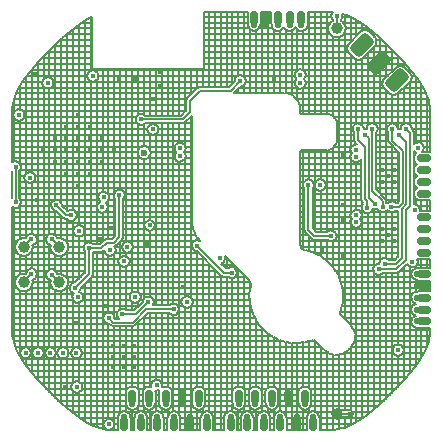
<source format=gbl>
G04*
G04 #@! TF.GenerationSoftware,Altium Limited,Altium Designer,20.0.13 (296)*
G04*
G04 Layer_Physical_Order=4*
G04 Layer_Color=16711680*
%FSLAX25Y25*%
%MOIN*%
G70*
G01*
G75*
%ADD10C,0.00787*%
%ADD12C,0.00591*%
G04:AMPARAMS|DCode=69|XSize=78.74mil|YSize=47.24mil|CornerRadius=11.81mil|HoleSize=0mil|Usage=FLASHONLY|Rotation=225.000|XOffset=0mil|YOffset=0mil|HoleType=Round|Shape=RoundedRectangle|*
%AMROUNDEDRECTD69*
21,1,0.07874,0.02362,0,0,225.0*
21,1,0.05512,0.04724,0,0,225.0*
1,1,0.02362,-0.02784,-0.01114*
1,1,0.02362,0.01114,0.02784*
1,1,0.02362,0.02784,0.01114*
1,1,0.02362,-0.01114,-0.02784*
%
%ADD69ROUNDEDRECTD69*%
%ADD70C,0.02362*%
%ADD71C,0.01772*%
%ADD72C,0.02165*%
G04:AMPARAMS|DCode=73|XSize=23.62mil|YSize=47.24mil|CornerRadius=5.91mil|HoleSize=0mil|Usage=FLASHONLY|Rotation=0.000|XOffset=0mil|YOffset=0mil|HoleType=Round|Shape=RoundedRectangle|*
%AMROUNDEDRECTD73*
21,1,0.02362,0.03543,0,0,0.0*
21,1,0.01181,0.04724,0,0,0.0*
1,1,0.01181,0.00591,-0.01772*
1,1,0.01181,-0.00591,-0.01772*
1,1,0.01181,-0.00591,0.01772*
1,1,0.01181,0.00591,0.01772*
%
%ADD73ROUNDEDRECTD73*%
G04:AMPARAMS|DCode=74|XSize=23.62mil|YSize=47.24mil|CornerRadius=5.91mil|HoleSize=0mil|Usage=FLASHONLY|Rotation=90.000|XOffset=0mil|YOffset=0mil|HoleType=Round|Shape=RoundedRectangle|*
%AMROUNDEDRECTD74*
21,1,0.02362,0.03543,0,0,90.0*
21,1,0.01181,0.04724,0,0,90.0*
1,1,0.01181,0.01772,0.00591*
1,1,0.01181,0.01772,-0.00591*
1,1,0.01181,-0.01772,-0.00591*
1,1,0.01181,-0.01772,0.00591*
%
%ADD74ROUNDEDRECTD74*%
%ADD75C,0.03937*%
D10*
X135264Y119617D02*
X135099Y120446D01*
X134630Y121149D01*
Y118086D02*
X135099Y118789D01*
X135264Y119617D01*
X132960Y122819D02*
X131989Y123379D01*
X130868D01*
X129897Y122819D01*
X135335Y102362D02*
X135070Y103321D01*
X134351Y104009D01*
X133381Y104230D01*
X132435Y103923D01*
X131780Y103174D01*
X131602Y102196D01*
X127670Y114189D02*
X128641Y113628D01*
X129762D01*
X130733Y114189D01*
X121149Y134630D02*
X120178Y135190D01*
X119057D01*
X118086Y134630D01*
X123453Y131429D02*
X123288Y132257D01*
X122819Y132960D01*
Y129897D02*
X123288Y130600D01*
X123453Y131429D01*
X130610Y102362D02*
X130319Y103364D01*
X129536Y104054D01*
X128505Y104218D01*
X127548Y103803D01*
X126961Y102939D01*
X126929Y101896D01*
X127461Y100998D01*
X126000Y118921D02*
X125440Y117951D01*
Y116830D01*
X126000Y115859D01*
X123917Y102362D02*
X123653Y103321D01*
X122934Y104009D01*
X121964Y104230D01*
X121018Y103923D01*
X120363Y103174D01*
X120185Y102196D01*
X123327Y100998D02*
X123763Y101619D01*
X123917Y102362D01*
X119193D02*
X118902Y103364D01*
X118119Y104054D01*
X117088Y104218D01*
X116130Y103803D01*
X115544Y102939D01*
X115512Y101896D01*
X116043Y100998D01*
X138666Y94685D02*
X139113Y95310D01*
X139272Y96063D01*
X139046Y96953D01*
X138424Y97629D01*
X137555Y97927D01*
X136650Y97775D01*
X135925Y97211D01*
X136024Y91929D02*
X136242Y91129D01*
X136836Y90551D01*
X136024Y87992D02*
X136242Y87192D01*
X136836Y86614D01*
Y90551D02*
X136242Y89973D01*
X136024Y89173D01*
X135925Y94915D02*
X136636Y94357D01*
X135925Y101038D02*
X135550Y101943D01*
X135925Y101038D02*
X135550Y101943D01*
X136636Y94357D02*
X136024Y93110D01*
X136836Y82677D02*
X136242Y82099D01*
X136024Y81299D01*
Y80118D02*
X136485Y79005D01*
X137598Y78543D01*
X138049Y75000D02*
X138091Y75394D01*
X137788Y76413D01*
X136979Y77103D01*
X135925Y77240D01*
X136836Y86614D02*
X136242Y86036D01*
X136024Y85236D01*
Y84055D02*
X136242Y83255D01*
X136836Y82677D01*
X131602Y102196D02*
X130603D01*
X120185D02*
X119185D01*
X127461Y98425D02*
X127835Y97520D01*
X127461Y98425D02*
X127835Y97520D01*
X129809Y77658D02*
X128892Y78194D01*
X127831Y78145D01*
X126969Y77526D01*
X126772Y78248D02*
X126397Y79153D01*
X126772Y78248D02*
X126397Y79153D01*
X119095Y77447D02*
X118577Y76602D01*
X118564Y75611D01*
X119059Y74753D01*
X119923Y74268D01*
X120913Y74292D01*
X121752Y74819D01*
X122204Y75700D01*
X126969Y75230D02*
X127831Y74611D01*
X128892Y74562D01*
X129809Y75098D01*
X123711Y75809D02*
X124261Y74970D01*
X125165Y74537D01*
X126163Y74633D01*
X126969Y75230D01*
X122204Y75700D02*
X122969Y75595D01*
X123711Y75809D01*
X113189Y135827D02*
X112985Y136906D01*
X112400Y137836D01*
X111516Y138488D01*
X112106Y140059D02*
X111965Y140773D01*
X108863Y141328D02*
X108413Y140476D01*
X108448Y139513D01*
X108957Y138695D01*
X111516D02*
X111952Y139316D01*
X112106Y140059D01*
X100491Y137048D02*
X100591Y137598D01*
X115859Y126000D02*
X116830Y125440D01*
X117951D01*
X118921Y126000D01*
X108957Y138488D02*
X108168Y137934D01*
X107599Y137155D01*
X107312Y136235D01*
X107336Y135271D01*
X107670Y134366D01*
X108277Y133617D01*
X109094Y133104D01*
X110032Y132881D01*
X110992Y132972D01*
X111871Y133368D01*
X112576Y134026D01*
X113031Y134876D01*
X113189Y135827D01*
X114189Y130733D02*
X113628Y129762D01*
Y128641D01*
X114189Y127670D01*
X99296Y118996D02*
X99743Y119621D01*
X99902Y120374D01*
Y117618D02*
X99743Y118371D01*
X99296Y118996D01*
X92520Y136476D02*
X93069Y135603D01*
X93972Y135105D01*
X95004D01*
X95907Y135603D01*
X96457Y136476D01*
X88485Y137048D02*
X88733Y136124D01*
X89370Y135410D01*
X90261Y135060D01*
X91214Y135149D01*
X92025Y135657D01*
X92520Y136476D01*
X96457D02*
X96952Y135657D01*
X97763Y135149D01*
X98715Y135060D01*
X99606Y135410D01*
X100244Y136124D01*
X100491Y137048D01*
X88386Y137598D02*
X88485Y137048D01*
X84743D02*
X84842Y137598D01*
X80512D02*
X80611Y137048D01*
X80907Y136039D01*
X81660Y135307D01*
X82677Y135039D01*
X83694Y135307D01*
X84447Y136039D01*
X84743Y137048D01*
X96767Y118996D02*
X96225Y118101D01*
X96248Y117055D01*
X96830Y116185D01*
X97788Y115764D01*
X98822Y115923D01*
X99609Y116613D01*
X99902Y117618D01*
Y120374D02*
X99609Y121379D01*
X98822Y122069D01*
X97788Y122228D01*
X96830Y121807D01*
X96248Y120937D01*
X96225Y119891D01*
X96767Y118996D01*
X77992Y116438D02*
X78952Y116668D01*
X79661Y117355D01*
X79921Y118307D01*
X116043Y98622D02*
X116418Y97717D01*
X116043Y98622D02*
X116418Y97717D01*
X118405Y78937D02*
X118780Y78032D01*
X118405Y78937D02*
X118780Y78032D01*
X115184Y94193D02*
X114795Y93353D01*
X114857Y92430D01*
X115353Y91650D01*
X116163Y91202D01*
X117088Y91198D01*
X117902Y91637D01*
X118405Y92413D01*
X118084Y72441D02*
X118504Y73622D01*
Y71260D02*
X118084Y72441D01*
X118504Y73622D02*
X118232Y74594D01*
X117494Y75283D01*
X116506Y75488D01*
X115555Y75150D01*
X114918Y74366D01*
X114781Y73366D01*
X115184Y72441D01*
X116912Y97223D02*
X115818Y97057D01*
X115009Y96300D01*
X114770Y95220D01*
X115184Y94193D01*
X106595Y83661D02*
X106344Y84597D01*
X105659Y85281D01*
X104724Y85532D01*
X103789Y85281D01*
X103105Y84597D01*
X102854Y83661D01*
X103105Y82726D01*
X103789Y82042D01*
X104724Y81791D01*
X105659Y82042D01*
X106344Y82726D01*
X106595Y83661D01*
X102657D02*
X102377Y84647D01*
X101619Y85336D01*
X100612Y85523D01*
X99658Y85152D01*
X99042Y84333D01*
X98950Y83313D01*
X99410Y82397D01*
X102165D02*
X102657Y83661D01*
X136962Y58993D02*
X137598Y58858D01*
X137205Y58071D02*
X136962Y58993D01*
X137598Y56102D02*
X137048Y56003D01*
X133598Y57379D02*
X134219Y56570D01*
X135173Y56208D01*
X136175Y56400D01*
X136926Y57090D01*
X137205Y58071D01*
X137048Y51871D02*
X137598Y51772D01*
X137048Y56003D02*
X136039Y55707D01*
X135307Y54954D01*
X135039Y53937D01*
X135307Y52920D01*
X136039Y52167D01*
X137048Y51871D01*
X137598Y48228D02*
X137048Y48129D01*
X136124Y47881D01*
X135410Y47244D01*
X135060Y46353D01*
X135149Y45400D01*
X135657Y44589D01*
X136476Y44094D01*
X129921Y54232D02*
X130826Y54607D01*
X129921Y54232D02*
X130826Y54607D01*
X136476Y44094D02*
X135603Y43545D01*
X135105Y42642D01*
Y41610D01*
X135603Y40707D01*
X136476Y40157D01*
X127545Y58760D02*
X126785Y59250D01*
X125884Y59327D01*
X125052Y58971D01*
X124485Y58267D01*
X124314Y57379D01*
X124314Y57379D02*
X123403Y57198D01*
X122692Y56601D01*
X122356Y55736D01*
X122477Y54815D01*
X123026Y54067D01*
X123867Y53674D01*
X124793Y53734D01*
X125576Y54232D01*
X115184Y72441D02*
X114781Y71516D01*
X114918Y70516D01*
X115555Y69732D01*
X116506Y69394D01*
X117494Y69599D01*
X118232Y70288D01*
X118504Y71260D01*
X110138Y66693D02*
X109834Y67715D01*
X109020Y68405D01*
X107962Y68538D01*
X107003Y68071D01*
Y65315D02*
X107962Y64848D01*
X109020Y64981D01*
X109834Y65671D01*
X110138Y66693D01*
X137048Y36123D02*
X137598Y36024D01*
X136476Y40157D02*
X135657Y39663D01*
X135149Y38852D01*
X135060Y37899D01*
X135410Y37008D01*
X136124Y36371D01*
X137048Y36123D01*
X132579Y28543D02*
X132328Y29478D01*
X131644Y30163D01*
X130709Y30413D01*
X129774Y30163D01*
X129089Y29478D01*
X128839Y28543D01*
X129089Y27608D01*
X129774Y26924D01*
X130709Y26673D01*
X131644Y26924D01*
X132328Y27608D01*
X132579Y28543D01*
X115748Y7480D02*
X115373Y8385D01*
X114469Y8760D01*
Y6201D02*
X115373Y6576D01*
X115748Y7480D01*
X110236Y8760D02*
X109332Y8385D01*
X108957Y7480D01*
X109332Y6576D01*
X110236Y6201D01*
X101821Y65719D02*
X102795Y65315D01*
X101821Y65719D02*
X102795Y65315D01*
X99410Y68701D02*
X99813Y67726D01*
X99410Y68701D02*
X99813Y67726D01*
X101772Y14764D02*
X101310Y15877D01*
X100197Y16339D01*
X99016D02*
X97902Y15877D01*
X97441Y14764D01*
X90748D02*
X90287Y15877D01*
X89173Y16339D01*
X79724Y14764D02*
X79263Y15877D01*
X78150Y16339D01*
X101672Y10670D02*
X101772Y11220D01*
X97441D02*
X97540Y10670D01*
X97836Y9662D01*
X98590Y8929D01*
X99606Y8661D01*
X100623Y8929D01*
X101377Y9662D01*
X101672Y10670D01*
X104428Y6259D02*
X104132Y7268D01*
X103379Y8000D01*
X102362Y8268D01*
X101346Y8000D01*
X100592Y7268D01*
X100296Y6259D01*
X87992Y16339D02*
X86879Y15877D01*
X86417Y14764D01*
X90649Y10670D02*
X90748Y11220D01*
X93405Y6259D02*
X93109Y7268D01*
X92355Y8000D01*
X91339Y8268D01*
X90322Y8000D01*
X89568Y7268D01*
X89272Y6259D01*
X86517Y10670D02*
X86812Y9662D01*
X87566Y8929D01*
X88583Y8661D01*
X89599Y8929D01*
X90353Y9662D01*
X90649Y10670D01*
X104527Y5709D02*
X104428Y6259D01*
X100296D02*
X100197Y5709D01*
X93504D02*
X93405Y6259D01*
X89272D02*
X89173Y5709D01*
X87992D02*
X87893Y6259D01*
X85236Y14764D02*
X84775Y15877D01*
X83661Y16339D01*
X86417Y11220D02*
X86517Y10670D01*
X85137D02*
X85236Y11220D01*
X81005Y10670D02*
X81300Y9662D01*
X82054Y8929D01*
X83071Y8661D01*
X84088Y8929D01*
X84841Y9662D01*
X85137Y10670D01*
X82480Y16339D02*
X81367Y15877D01*
X80905Y14764D01*
Y11220D02*
X81005Y10670D01*
X79625Y10670D02*
X79724Y11220D01*
X87893Y6259D02*
X87597Y7268D01*
X86843Y8000D01*
X85827Y8268D01*
X84810Y8000D01*
X84056Y7268D01*
X83761Y6259D01*
X83661Y5709D01*
X82480D02*
X82381Y6259D01*
X82085Y7268D01*
X81332Y8000D01*
X80315Y8268D01*
X79298Y8000D01*
X78545Y7268D01*
X78249Y6259D01*
X78150Y5709D01*
X79921Y118307D02*
X79666Y119251D01*
X78969Y119937D01*
X78021Y120177D01*
X77082Y119906D01*
X76407Y119199D01*
X76182Y118247D01*
X64567Y116339D02*
X63662Y115964D01*
X64567Y116339D02*
X63662Y115964D01*
X60414Y112716D02*
X60039Y111811D01*
X60414Y112716D02*
X60039Y111811D01*
X58858Y104232D02*
X59763Y104607D01*
X58858Y104232D02*
X59763Y104607D01*
X50787Y102166D02*
X50537Y103101D01*
X49852Y103785D01*
X48917Y104036D01*
X47982Y103785D01*
X47298Y103101D01*
X47047Y102166D01*
X47298Y101231D01*
X47982Y100546D01*
X48917Y100296D01*
X49852Y100546D01*
X50537Y101231D01*
X50787Y102166D01*
X59842Y95965D02*
X59550Y96969D01*
X58763Y97659D01*
X57729Y97819D01*
X56771Y97398D01*
X56189Y96528D01*
X56166Y95482D01*
X56708Y94587D01*
X48228Y94488D02*
X48014Y95428D01*
X47413Y96181D01*
X46545Y96599D01*
X45581D01*
X44713Y96181D01*
X44112Y95428D01*
X43898Y94488D01*
X44112Y93549D01*
X44713Y92795D01*
X45581Y92377D01*
X46545D01*
X47413Y92795D01*
X48014Y93549D01*
X48228Y94488D01*
X46344Y106791D02*
X45509Y107306D01*
X44528Y107326D01*
X43672Y106848D01*
X43176Y106002D01*
Y105021D01*
X43672Y104175D01*
X44528Y103697D01*
X45509Y103718D01*
X46344Y104232D01*
X59237Y94587D02*
X59684Y95212D01*
X59842Y95965D01*
Y93209D02*
X59684Y93961D01*
X59237Y94587D01*
X56708D02*
X56166Y93692D01*
X56189Y92646D01*
X56771Y91776D01*
X57729Y91355D01*
X58763Y91514D01*
X59550Y92204D01*
X59842Y93209D01*
X49705Y70177D02*
X49454Y71112D01*
X48770Y71797D01*
X47835Y72047D01*
X46900Y71797D01*
X46215Y71112D01*
X45965Y70177D01*
X46215Y69242D01*
X46900Y68558D01*
X47835Y68307D01*
X48770Y68558D01*
X49454Y69242D01*
X49705Y70177D01*
X77067Y54449D02*
X76763Y55471D01*
X75950Y56161D01*
X74891Y56294D01*
X73933Y55827D01*
Y53071D02*
X74891Y52604D01*
X75950Y52737D01*
X76763Y53427D01*
X77067Y54449D01*
X71663Y57451D02*
X72651Y58121D01*
X73032Y59252D01*
X72873Y60006D01*
X64519Y65103D02*
X63604Y65248D01*
X62732Y64935D01*
X62117Y64241D01*
X61910Y63338D01*
X62163Y62446D01*
X62812Y61786D01*
X63699Y61518D01*
X71742Y53474D02*
X72716Y53071D01*
X71742Y53474D02*
X72716Y53071D01*
X39567Y80230D02*
X39276Y81233D01*
X38493Y81923D01*
X37462Y82086D01*
X36504Y81671D01*
X35918Y80808D01*
X35886Y79765D01*
X36417Y78867D01*
X38976D02*
X39413Y79487D01*
X39567Y80230D01*
X38602Y65335D02*
X38976Y66240D01*
X38602Y65335D02*
X38976Y66240D01*
X42323Y62992D02*
X42072Y63927D01*
X41388Y64612D01*
X40453Y64862D01*
X39518Y64612D01*
X38833Y63927D01*
X38583Y62992D01*
X38833Y62057D01*
X39518Y61373D01*
X40453Y61122D01*
X41388Y61373D01*
X42072Y62057D01*
X42323Y62992D01*
X41142Y58169D02*
X40891Y59104D01*
X40207Y59789D01*
X39272Y60039D01*
X38337Y59789D01*
X37652Y59104D01*
X37402Y58169D01*
X37652Y57234D01*
X38337Y56550D01*
X39272Y56299D01*
X40207Y56550D01*
X40891Y57234D01*
X41142Y58169D01*
X36087Y63199D02*
X36830Y63564D01*
X36087Y63199D02*
X36830Y63564D01*
X36516Y62008D02*
X36087Y63199D01*
X32780Y61876D02*
X33084Y60979D01*
X33788Y60346D01*
X34712Y60139D01*
X35618Y60411D01*
X36276Y61092D01*
X36516Y62008D01*
X30734Y119984D02*
X30483Y120919D01*
X29799Y121604D01*
X28864Y121854D01*
X27929Y121604D01*
X27244Y120919D01*
X26994Y119984D01*
X27244Y119049D01*
X27929Y118365D01*
X28864Y118114D01*
X29799Y118365D01*
X30483Y119049D01*
X30734Y119984D01*
X34449Y79528D02*
X34218Y80428D01*
X33581Y81106D01*
X32697Y81394D01*
X31783Y81220D01*
X31066Y80628D01*
X30724Y79763D01*
X30839Y78840D01*
X31386Y78088D01*
X33252Y77783D02*
X34121Y78470D01*
X34449Y79528D01*
X15748Y117717D02*
X15497Y118652D01*
X14813Y119336D01*
X13878Y119587D01*
X12943Y119336D01*
X12258Y118652D01*
X12008Y117717D01*
X12258Y116781D01*
X12943Y116097D01*
X13878Y115847D01*
X14813Y116097D01*
X15497Y116781D01*
X15748Y117717D01*
X9744Y86122D02*
X9494Y87057D01*
X8809Y87742D01*
X7874Y87992D01*
X6939Y87742D01*
X6255Y87057D01*
X6004Y86122D01*
X6255Y85187D01*
X6939Y84503D01*
X7874Y84252D01*
X8809Y84503D01*
X9494Y85187D01*
X9744Y86122D01*
X6102Y106988D02*
X5852Y107923D01*
X5167Y108608D01*
X4232Y108858D01*
X3297Y108608D01*
X2613Y107923D01*
X2362Y106988D01*
X2613Y106053D01*
X3297Y105369D01*
X4232Y105118D01*
X5167Y105369D01*
X5852Y106053D01*
X6102Y106988D01*
X5020Y89764D02*
X4720Y90780D01*
X3916Y91469D01*
X2867Y91612D01*
X1908Y91163D01*
X4429Y88400D02*
X4866Y89021D01*
X5020Y89764D01*
Y77854D02*
X4866Y78597D01*
X4429Y79218D01*
X33929Y76343D02*
X33751Y77138D01*
X33252Y77783D01*
X31386Y78088D02*
X30581Y77489D01*
X30201Y76560D01*
X30356Y75569D01*
X31001Y74801D01*
X31950Y74476D01*
X32930Y74688D01*
X33660Y75376D01*
X33929Y76343D01*
X33563Y65748D02*
X32658Y65373D01*
X33563Y65748D02*
X32658Y65373D01*
X23622Y73524D02*
X23320Y74542D01*
X22512Y75232D01*
X21458Y75371D01*
X20500Y74912D01*
X20302Y72342D02*
X21031Y71798D01*
X21931Y71662D01*
X22789Y71967D01*
X23401Y72641D01*
X23622Y73524D01*
X19076Y72717D02*
X19980Y72342D01*
X26083Y68405D02*
X25832Y69340D01*
X25148Y70025D01*
X24213Y70276D01*
X23278Y70025D01*
X22593Y69340D01*
X22343Y68405D01*
X22593Y67471D01*
X23278Y66786D01*
X24213Y66535D01*
X25148Y66786D01*
X25832Y67471D01*
X26083Y68405D01*
X19076Y72717D02*
X19980Y72342D01*
X31791Y61417D02*
X32696Y61792D01*
X31791Y61417D02*
X32696Y61792D01*
X29021Y63976D02*
X28180Y64492D01*
X27193Y64508D01*
X26335Y64019D01*
X25846Y63162D01*
X25862Y62174D01*
X26378Y61333D01*
X28562Y53131D02*
X28937Y54035D01*
X28562Y53131D02*
X28937Y54035D01*
X20669Y62992D02*
X20477Y64041D01*
X19925Y64952D01*
X19085Y65609D01*
X18066Y65924D01*
X17002Y65857D01*
X18602Y76870D02*
X18349Y77811D01*
X17656Y78496D01*
X16712Y78740D01*
X15774Y78476D01*
X15096Y77776D01*
X14863Y76830D01*
X15136Y75895D01*
X15844Y75225D01*
X16792Y75001D01*
X17002Y65857D02*
X16573Y66773D01*
X15729Y67332D01*
X14718Y67369D01*
X13835Y66874D01*
X13340Y65991D01*
X13377Y64980D01*
X13935Y64136D01*
X14851Y63706D01*
X10335Y65551D02*
X10109Y66442D01*
X9487Y67117D01*
X8618Y67415D01*
X7712Y67263D01*
X6988Y66699D01*
X6620Y65857D01*
X1908Y76456D02*
X2867Y76006D01*
X3916Y76149D01*
X4720Y76839D01*
X5020Y77854D01*
X8771Y63706D02*
X9571Y64044D01*
X10133Y64706D01*
X10335Y65551D01*
X14851Y63706D02*
X14777Y62714D01*
X15036Y61753D01*
X15600Y60934D01*
X16404Y60347D01*
X17357Y60061D01*
X18351Y60108D01*
X19273Y60483D01*
X20018Y61142D01*
X20502Y62011D01*
X20669Y62992D01*
X8705Y52120D02*
X9516Y52452D01*
X10086Y53117D01*
X10292Y53969D01*
X8858Y62992D02*
X8771Y63706D01*
X6620Y65857D02*
X5651Y65934D01*
X4711Y65692D01*
X3899Y65159D01*
X3305Y64390D01*
X2992Y63471D01*
X2994Y62500D01*
X3311Y61582D01*
X3909Y60816D01*
X4723Y60286D01*
X5665Y60049D01*
X6633Y60130D01*
X7522Y60521D01*
X8237Y61180D01*
X8698Y62034D01*
X8858Y62992D01*
X10292Y53969D02*
X10049Y54890D01*
X9383Y55572D01*
X8468Y55838D01*
X7541Y55618D01*
X6842Y54970D01*
X6554Y54062D01*
X62205Y44685D02*
X61954Y45620D01*
X61270Y46305D01*
X60335Y46555D01*
X59400Y46305D01*
X58715Y45620D01*
X58465Y44685D01*
X58715Y43750D01*
X59400Y43066D01*
X60335Y42815D01*
X61270Y43066D01*
X61954Y43750D01*
X62205Y44685D01*
X57677Y42224D02*
X57354Y43276D01*
X56495Y43963D01*
X55398Y44049D01*
X54443Y43504D01*
Y40945D02*
X55398Y40400D01*
X56495Y40486D01*
X57354Y41173D01*
X57677Y42224D01*
X51920Y16203D02*
X52067Y16929D01*
X76968Y16339D02*
X75855Y15877D01*
X75394Y14764D01*
X66339D02*
X65877Y15877D01*
X64764Y16339D01*
X52559D02*
X51920Y16203D01*
X63583Y16339D02*
X62469Y15877D01*
X62008Y14764D01*
X55315D02*
X54854Y15877D01*
X53740Y16339D01*
X49213Y44587D02*
X48957Y45530D01*
X48260Y46216D01*
X47313Y46457D01*
X46373Y46186D01*
X45699Y45478D01*
X45473Y44527D01*
X44882Y46260D02*
X44631Y47195D01*
X43947Y47879D01*
X43012Y48130D01*
X42077Y47879D01*
X41392Y47195D01*
X41142Y46260D01*
X41392Y45325D01*
X42077Y44640D01*
X43012Y44390D01*
X43947Y44640D01*
X44631Y45325D01*
X44882Y46260D01*
X48867Y43504D02*
X49213Y44587D01*
X51070Y15275D02*
X50984Y14764D01*
X49765Y15110D02*
X51070Y15275D01*
X52067Y16929D02*
X51763Y17951D01*
X50949Y18641D01*
X49891Y18774D01*
X48932Y18307D01*
X48385Y17392D01*
X48427Y16326D01*
X49803Y14764D02*
X49765Y15110D01*
X47047Y16339D02*
X45934Y15877D01*
X45472Y14764D01*
X75493Y10670D02*
X75789Y9662D01*
X76542Y8929D01*
X77559Y8661D01*
X78576Y8929D01*
X79329Y9662D01*
X79625Y10670D01*
X75394Y11220D02*
X75493Y10670D01*
X76869Y6259D02*
X76573Y7268D01*
X75820Y8000D01*
X74803Y8268D01*
X73786Y8000D01*
X73033Y7268D01*
X72737Y6259D01*
X68995D02*
X68700Y7268D01*
X67946Y8000D01*
X66929Y8268D01*
X65912Y8000D01*
X65159Y7268D01*
X64863Y6259D01*
X66239Y10670D02*
X66339Y11220D01*
X55216Y10670D02*
X55315Y11220D01*
X62107Y10670D02*
X62403Y9662D01*
X63157Y8929D01*
X64173Y8661D01*
X65190Y8929D01*
X65944Y9662D01*
X66239Y10670D01*
X62008Y11220D02*
X62107Y10670D01*
X76968Y5709D02*
X76869Y6259D01*
X72737D02*
X72638Y5709D01*
X69095D02*
X68995Y6259D01*
X64863D02*
X64764Y5709D01*
X58071D02*
X57972Y6259D01*
X50984Y11220D02*
X51083Y10670D01*
X51379Y9662D01*
X52133Y8929D01*
X53150Y8661D01*
X54166Y8929D01*
X54920Y9662D01*
X55216Y10670D01*
X49704D02*
X49803Y11220D01*
X57972Y6259D02*
X57676Y7268D01*
X56922Y8000D01*
X55905Y8268D01*
X54889Y8000D01*
X54135Y7268D01*
X53839Y6259D01*
X52460D02*
X52164Y7268D01*
X51410Y8000D01*
X50394Y8268D01*
X49377Y8000D01*
X48623Y7268D01*
X48328Y6259D01*
X44192Y10670D02*
X44291Y11220D01*
X45572Y10670D02*
X45867Y9662D01*
X46621Y8929D01*
X47638Y8661D01*
X48654Y8929D01*
X49408Y9662D01*
X49704Y10670D01*
X45472Y11220D02*
X45572Y10670D01*
X53839Y6259D02*
X53740Y5709D01*
X48328Y6259D02*
X48228Y5709D01*
X52559D02*
X52460Y6259D01*
X46948D02*
X46652Y7268D01*
X45899Y8000D01*
X44882Y8268D01*
X43865Y8000D01*
X43112Y7268D01*
X42816Y6259D01*
X47047Y5709D02*
X46948Y6259D01*
X40045Y41831D02*
X39176Y42355D01*
X38161Y42347D01*
X37299Y41811D01*
X36845Y40903D01*
X36931Y39892D01*
X37533Y39075D01*
X25787Y46260D02*
X25604Y47067D01*
X25090Y47716D01*
X24347Y48080D01*
X24347Y48080D02*
X24902Y49409D01*
X22602Y47589D02*
X22096Y46684D01*
X22150Y45649D01*
X22747Y44801D01*
X23704Y44402D01*
X24726Y44574D01*
X25500Y45264D01*
X25787Y46260D01*
X42222Y36516D02*
X43126Y36891D01*
X42222Y36516D02*
X43126Y36891D01*
X36122Y39272D02*
X35868Y40212D01*
X35175Y40898D01*
X34232Y41142D01*
X33294Y40878D01*
X32616Y40178D01*
X32382Y39232D01*
X32656Y38297D01*
X33363Y37626D01*
X34312Y37402D01*
X34824Y36891D02*
X35728Y36516D01*
X34824Y36891D02*
X35728Y36516D01*
X23091Y51279D02*
X22204Y51086D01*
X21512Y50499D01*
X21178Y49655D01*
X21280Y48753D01*
X21796Y48006D01*
X22602Y47589D01*
X20669Y51181D02*
X20477Y52230D01*
X19925Y53141D01*
X19085Y53798D01*
X18066Y54113D01*
X17002Y54046D01*
X16573Y54962D01*
X15729Y55521D01*
X14718Y55558D01*
X13835Y55063D01*
X13340Y54180D01*
X13377Y53169D01*
X13935Y52325D01*
X14851Y51895D01*
X8858Y51181D02*
X8705Y52120D01*
X14851Y51895D02*
X14777Y50903D01*
X15036Y49942D01*
X15600Y49123D01*
X16404Y48536D01*
X17357Y48250D01*
X18351Y48297D01*
X19273Y48672D01*
X20018Y49331D01*
X20502Y50200D01*
X20669Y51181D01*
X6554Y54062D02*
X5588Y54117D01*
X4657Y53857D01*
X3860Y53310D01*
X3282Y52535D01*
X2985Y51615D01*
X3001Y50649D01*
X3329Y49739D01*
X3933Y48984D01*
X4748Y48465D01*
X5688Y48236D01*
X6651Y48324D01*
X7534Y48718D01*
X8242Y49376D01*
X8700Y50227D01*
X8858Y51181D01*
X25295Y27756D02*
X25045Y28691D01*
X24360Y29375D01*
X23425Y29626D01*
X22490Y29375D01*
X21806Y28691D01*
X21555Y27756D01*
X21806Y26821D01*
X22490Y26136D01*
X23425Y25886D01*
X24360Y26136D01*
X25045Y26821D01*
X25295Y27756D01*
X20768D02*
X20517Y28691D01*
X19833Y29375D01*
X18898Y29626D01*
X17963Y29375D01*
X17278Y28691D01*
X17028Y27756D01*
X17278Y26821D01*
X17963Y26136D01*
X18898Y25886D01*
X19833Y26136D01*
X20517Y26821D01*
X20768Y27756D01*
X12500D02*
X12250Y28691D01*
X11565Y29375D01*
X10630Y29626D01*
X9695Y29375D01*
X9010Y28691D01*
X8760Y27756D01*
X9010Y26821D01*
X9695Y26136D01*
X10630Y25886D01*
X11565Y26136D01*
X12250Y26821D01*
X12500Y27756D01*
X16634D02*
X16383Y28691D01*
X15699Y29375D01*
X14764Y29626D01*
X13829Y29375D01*
X13144Y28691D01*
X12894Y27756D01*
X13144Y26821D01*
X13829Y26136D01*
X14764Y25886D01*
X15699Y26136D01*
X16383Y26821D01*
X16634Y27756D01*
X8366D02*
X8116Y28691D01*
X7431Y29375D01*
X6496Y29626D01*
X5561Y29375D01*
X4876Y28691D01*
X4626Y27756D01*
X4876Y26821D01*
X5561Y26136D01*
X6496Y25886D01*
X7431Y26136D01*
X8116Y26821D01*
X8366Y27756D01*
X44291Y14764D02*
X43830Y15877D01*
X42717Y16339D01*
X41535D02*
X40422Y15877D01*
X39961Y14764D01*
X40060Y10670D02*
X40356Y9662D01*
X41109Y8929D01*
X42126Y8661D01*
X43143Y8929D01*
X43896Y9662D01*
X44192Y10670D01*
X42816Y6259D02*
X42717Y5709D01*
X41535D02*
X41436Y6259D01*
X39961Y11220D02*
X40060Y10670D01*
X41436Y6259D02*
X41140Y7268D01*
X40387Y8000D01*
X39370Y8268D01*
X38353Y8000D01*
X37600Y7268D01*
X37304Y6259D01*
X37205Y5709D01*
X36122Y3839D02*
X35849Y4812D01*
X35109Y5500D01*
X34119Y5704D01*
X33168Y5362D01*
X32533Y4576D01*
X32401Y3574D01*
X32809Y2649D01*
X33638Y2072D01*
X34451Y1979D02*
X35300Y2290D01*
X35904Y2962D01*
X36122Y3839D01*
X33638Y2072D02*
X34451Y1979D01*
X25394Y16339D02*
X25143Y17274D01*
X24459Y17958D01*
X23524Y18209D01*
X22589Y17958D01*
X21904Y17274D01*
X21654Y16339D01*
X21904Y15404D01*
X22589Y14719D01*
X23524Y14469D01*
X24459Y14719D01*
X25143Y15404D01*
X25394Y16339D01*
X134984Y121817D02*
X137233Y118839D01*
X135214Y120083D02*
X136294D01*
X137233Y118839D02*
X138288Y117299D01*
X138665Y116748D02*
X139335Y115593D01*
X138288Y117299D02*
X138665Y116748D01*
X139335Y115593D02*
X139916Y114391D01*
X134658Y118114D02*
X137729D01*
X132690Y116146D02*
X139014D01*
X130085Y127447D02*
X132600Y124688D01*
X130578Y123279D02*
Y126907D01*
X132546Y123143D02*
Y124747D01*
X127446Y130086D02*
X130085Y127447D01*
X128609Y121531D02*
Y128923D01*
X133727Y122052D02*
X134790D01*
X134515Y121264D02*
Y122382D01*
X132960Y122819D02*
X134630Y121149D01*
X132600Y124688D02*
X134984Y121817D01*
X140801Y111874D02*
X141099Y110572D01*
X140406Y113149D02*
X140801Y111874D01*
X140420Y94685D02*
Y113103D01*
X130721Y114178D02*
X140000D01*
X139916Y114391D02*
X140406Y113149D01*
X141399Y107253D02*
Y107921D01*
X141299Y109252D02*
X141399Y107921D01*
Y94664D02*
Y107253D01*
X141099Y110572D02*
X141299Y109252D01*
X135335Y102366D02*
X141399D01*
X136483Y97692D02*
Y119832D01*
X134515Y103910D02*
Y117971D01*
X138452Y97610D02*
Y117060D01*
X130733Y114189D02*
X134630Y118086D01*
X132546Y103991D02*
Y116003D01*
X130610Y102366D02*
X131595D01*
X130578Y102710D02*
Y114048D01*
X128609Y104228D02*
Y113637D01*
X124688Y132600D02*
X127446Y130086D01*
X123403Y131894D02*
X125463D01*
X126641Y119562D02*
Y130820D01*
X121817Y134985D02*
X124688Y132600D01*
X122847Y129926D02*
X127606D01*
X118910Y125988D02*
X131415D01*
X120879Y127957D02*
X129575D01*
X126000Y118921D02*
X129897Y122819D01*
X98858Y122052D02*
X129130D01*
X99879Y120083D02*
X127161D01*
X118838Y137234D02*
X121817Y134985D01*
X120735Y134953D02*
Y135801D01*
X121149Y134630D02*
X122819Y132960D01*
X113189Y135831D02*
X120696D01*
X122704Y133075D02*
Y134248D01*
X121916Y133862D02*
X123168D01*
X118921Y126000D02*
X122819Y129897D01*
X97870Y110240D02*
X141149D01*
X126000Y115859D02*
X127670Y114189D01*
X126641Y78812D02*
Y115219D01*
X94020Y114178D02*
X127682D01*
X96889Y112209D02*
X140697D01*
X110236Y104335D02*
X141399D01*
X123917Y102366D02*
X126870D01*
X98076Y108272D02*
X141372D01*
X109258Y106304D02*
X141399D01*
X122704Y104113D02*
Y129782D01*
X124672Y80878D02*
Y132613D01*
X99835Y118114D02*
X125490D01*
X120735Y103695D02*
Y127813D01*
X119193Y102366D02*
X120177D01*
X99185Y116146D02*
X125759D01*
X139229Y96461D02*
X141399D01*
X135925Y100398D02*
X141399D01*
X135925Y98430D02*
X141399D01*
X138666Y94685D02*
X141142D01*
X135925Y90556D02*
X136828D01*
X135925Y94493D02*
X136386D01*
X135925Y97211D02*
Y101038D01*
X136024Y91929D02*
Y93110D01*
X136483Y90285D02*
Y90817D01*
X136024Y87992D02*
Y89173D01*
X135925Y86619D02*
X136828D01*
X137598Y78543D02*
X141142D01*
X140420Y75000D02*
Y78543D01*
X141399Y74979D02*
Y78564D01*
X138049Y75000D02*
X141142D01*
X138452D02*
Y78543D01*
X137480Y76776D02*
X141399D01*
X136483Y86348D02*
Y86880D01*
X136024Y84055D02*
Y85236D01*
X135925Y77240D02*
Y94877D01*
X136483Y82411D02*
Y82943D01*
X136024Y80118D02*
Y81299D01*
X136483Y77245D02*
Y79006D01*
X135925Y82682D02*
X136828D01*
X135925Y78745D02*
X136828D01*
X135325Y102168D02*
X135550Y101943D01*
X127835Y97520D02*
X131004Y94352D01*
X123327Y92524D02*
X131004D01*
X123327Y90556D02*
X131004D01*
X123327Y82682D02*
X131004D01*
X123327Y84650D02*
X131004D01*
X124837Y80713D02*
X131004D01*
X123327Y88587D02*
X131004D01*
X123327Y86619D02*
X131004D01*
X127461Y98425D02*
Y100998D01*
X123327Y98430D02*
X127461D01*
X123327Y82223D02*
Y100998D01*
Y100398D02*
X127461D01*
X123327Y96461D02*
X128895D01*
X123327Y94493D02*
X130863D01*
X123327Y82223D02*
X126397Y79153D01*
X131004Y78188D02*
Y94352D01*
X130578Y77761D02*
Y94778D01*
X130474Y77658D02*
X131004Y78188D01*
X126671Y78745D02*
X131004D01*
X129809Y75098D02*
X130709D01*
X129809Y77658D02*
X130474D01*
X129460Y74808D02*
X130709D01*
X118332Y72839D02*
X130709D01*
X118463Y70871D02*
X130709D01*
X128609Y78241D02*
Y96747D01*
X126772Y77742D02*
Y78248D01*
X126507Y74808D02*
X127429D01*
X121742D02*
X124477D01*
X114391Y139917D02*
X115593Y139336D01*
X113149Y140406D02*
X114391Y139917D01*
X112861Y137179D02*
Y140495D01*
X111965Y140773D02*
X113149Y140406D01*
X112083Y139768D02*
X114699D01*
X116748Y138666D02*
X117299Y138288D01*
X115593Y139336D02*
X116748Y138666D01*
X117299Y138288D02*
X118838Y137234D01*
X112433Y137800D02*
X118012D01*
X107920Y141399D02*
X108863Y141328D01*
X100569Y141399D02*
X107920D01*
X100591Y137598D02*
Y141142D01*
Y139768D02*
X108389D01*
X100591Y137800D02*
X108039D01*
X100052Y135831D02*
X107283D01*
X118767Y135090D02*
Y137283D01*
X116798Y133342D02*
Y138631D01*
X114830Y131373D02*
Y139705D01*
X112441Y133862D02*
X117319D01*
X114189Y130733D02*
X118086Y134630D01*
X116798Y104157D02*
Y125448D01*
X118767Y103551D02*
Y125859D01*
X114189Y127670D02*
X115859Y126000D01*
X114830Y95866D02*
Y127030D01*
X104987Y107492D02*
Y141399D01*
X106956Y107481D02*
Y141399D01*
X101050Y107492D02*
Y141399D01*
X103019Y107492D02*
Y141399D01*
X108924Y106637D02*
Y133182D01*
X99082Y121921D02*
Y135146D01*
X84821Y141399D02*
X88407D01*
X96115Y135831D02*
X96799D01*
X92178D02*
X92862D01*
X97113Y122003D02*
Y135509D01*
X84304Y135831D02*
X88925D01*
X78637Y120083D02*
X96184D01*
X84842Y137598D02*
Y141142D01*
X80512Y137598D02*
Y141142D01*
X88386Y137598D02*
Y141142D01*
X77428Y120070D02*
Y141399D01*
X79397Y119606D02*
Y141399D01*
X84842Y137800D02*
X88386D01*
X84842Y139768D02*
X88386D01*
X95145Y113707D02*
Y135146D01*
X79911Y118114D02*
X96228D01*
X77700Y116146D02*
X96878D01*
X97113Y111876D02*
Y115989D01*
X95201Y113683D02*
X95846Y113253D01*
X99082Y107492D02*
Y116071D01*
X93073Y114401D02*
X93833Y114250D01*
X94172Y114147D02*
X94889Y113850D01*
X89239Y114436D02*
Y135509D01*
X87271Y114436D02*
Y141399D01*
X93176Y114381D02*
Y135509D01*
X81365Y114436D02*
Y135509D01*
X85302Y114436D02*
Y141399D01*
X83334Y114436D02*
Y135146D01*
X79397Y114436D02*
Y117008D01*
X91208Y114436D02*
Y135146D01*
X77428Y114436D02*
Y115875D01*
X110281Y102366D02*
X115453D01*
X110281Y98993D02*
Y103717D01*
X116043Y98622D02*
Y100998D01*
X110143Y104800D02*
X110281Y104109D01*
Y103717D02*
Y104109D01*
X116418Y97717D02*
X116912Y97223D01*
X110281Y100398D02*
X116043D01*
X110246Y98430D02*
X116058D01*
X108898Y106663D02*
X109452Y106110D01*
X108312Y107055D02*
X108898Y106663D01*
X109452Y106110D02*
X109843Y105524D01*
X106897Y107492D02*
X107589Y107355D01*
X108312Y107055D01*
X110281Y98601D02*
Y98993D01*
X109843Y105524D02*
X110143Y104800D01*
Y97910D02*
X110281Y98601D01*
X109843Y97186D02*
X110143Y97910D01*
X109452Y96601D02*
X109843Y97186D01*
X118767Y77038D02*
Y78046D01*
X118405Y78937D02*
Y92413D01*
X118780Y78032D02*
X119095Y77718D01*
X118080Y74808D02*
X119006D01*
X109312Y96461D02*
X115112D01*
X108898Y96047D02*
X109452Y96601D01*
X108312Y95655D02*
X108898Y96047D01*
X107588Y95355D02*
X108312Y95655D01*
X116798Y75485D02*
Y91149D01*
X114830Y93504D02*
Y94882D01*
Y74114D02*
Y92520D01*
X107155Y95269D02*
X107588Y95355D01*
X114830Y71752D02*
Y73130D01*
X106506Y95218D02*
X106897Y95218D01*
X98327Y95218D02*
X106506D01*
X104987Y85513D02*
Y95218D01*
X98327Y107492D02*
X106897D01*
X98076Y94493D02*
X114985D01*
X98076Y86619D02*
X118405D01*
X98076Y88587D02*
X118405D01*
X106312Y84650D02*
X118405D01*
X98076Y92524D02*
X114829D01*
X98076Y90556D02*
X118405D01*
X97890Y110194D02*
X98041Y109433D01*
X97490Y111249D02*
X97787Y110532D01*
X98076Y108693D02*
Y109080D01*
X96119Y113028D02*
X96668Y112480D01*
X96892Y112206D02*
X97323Y111561D01*
X102375Y84650D02*
X103137D01*
X101050Y85513D02*
Y95218D01*
X99082Y84428D02*
Y95218D01*
X98076Y107743D02*
Y108693D01*
Y84650D02*
X99200D01*
X106317Y82682D02*
X118405D01*
X103019Y84428D02*
Y95218D01*
X102380Y82682D02*
X103132D01*
X102165Y80713D02*
X118405D01*
X102165Y74808D02*
X115188D01*
X102165Y72839D02*
X114936D01*
X102165Y70871D02*
X114805D01*
X102165Y78745D02*
X118420D01*
X102165Y76776D02*
X118637D01*
X98076Y82682D02*
X99195D01*
X98076Y80713D02*
X99410D01*
X98076Y78745D02*
X99410D01*
X98076Y72839D02*
X99410D01*
X98076Y70871D02*
X99410D01*
X98076Y76776D02*
X99410D01*
X98076Y74808D02*
X99410D01*
X137598Y58858D02*
X141142D01*
X140420Y56102D02*
Y58858D01*
X141399Y56081D02*
Y58879D01*
X137598Y56102D02*
X141142D01*
X138452D02*
Y58858D01*
X136927Y57091D02*
X141399D01*
X130709Y59878D02*
Y75098D01*
X130578Y59746D02*
Y75098D01*
X129591Y58760D02*
X130709Y59878D01*
X126641Y59293D02*
Y74902D01*
X128609Y58760D02*
Y74515D01*
X136483Y55908D02*
Y56595D01*
X133310Y57091D02*
X133742D01*
X131342Y55123D02*
X135413D01*
X127183Y59060D02*
X129891D01*
X127545Y58760D02*
X129591D01*
X140420Y48228D02*
Y51772D01*
X141399Y48207D02*
Y51793D01*
X136483Y48034D02*
Y51966D01*
X137598Y51772D02*
X141142D01*
X138452Y48228D02*
Y51772D01*
X137598Y48228D02*
X141142D01*
X130826Y54607D02*
X133598Y57379D01*
X132546Y28891D02*
Y56327D01*
X134515Y20925D02*
Y56390D01*
X130578Y30409D02*
Y54413D01*
X128609Y14385D02*
Y54232D01*
X125576D02*
X129921D01*
X126641Y12488D02*
Y54232D01*
X108983Y64965D02*
X130709D01*
X110122Y66934D02*
X130709D01*
X124672Y58585D02*
Y74697D01*
X102535Y68902D02*
X130709D01*
X98324Y62997D02*
X130709D01*
X108264Y57091D02*
X123211D01*
X102645Y61028D02*
X130709D01*
X106072Y59060D02*
X125179D01*
X108924Y68444D02*
Y96073D01*
X122704Y56616D02*
Y75595D01*
X108564Y56767D02*
X109771Y55161D01*
X108924Y56287D02*
Y64942D01*
X109789Y55123D02*
X122383D01*
X98076Y64965D02*
X107553D01*
X106964Y58378D02*
X108391Y56965D01*
X124672Y10695D02*
Y53699D01*
X122704Y9060D02*
Y54407D01*
X120735Y7507D02*
Y74248D01*
X110881Y53154D02*
X135193D01*
X118767Y6025D02*
Y75127D01*
X112085Y49217D02*
X141399D01*
X112284Y47249D02*
X135413D01*
X112239Y45280D02*
X135193D01*
X111629Y51186D02*
X141399D01*
X111946Y43312D02*
X135413D01*
X114830Y37149D02*
Y70768D01*
X112861Y39126D02*
Y134474D01*
X116798Y4677D02*
Y69397D01*
X109913Y54940D02*
X110874Y53177D01*
X110893Y53117D02*
Y132948D01*
X112201Y48576D02*
X112327Y46572D01*
X111751Y50802D02*
X112166Y48836D01*
X112158Y44308D02*
X112324Y46309D01*
X110982Y52938D02*
X111678Y51054D01*
X111662Y42092D02*
X112117Y44048D01*
X141299Y34056D02*
X141399Y35388D01*
Y36045D01*
X140420Y30205D02*
Y36024D01*
X137598D02*
X141142D01*
X115821Y35438D02*
X141399D01*
X141099Y32736D02*
X141299Y34056D01*
X140801Y31435D02*
X141099Y32736D01*
X140406Y30159D02*
X140801Y31435D01*
X116208Y33469D02*
X141210D01*
X115960Y31501D02*
X140816D01*
X116208Y32666D02*
Y33807D01*
X115101Y36799D02*
X115671Y35811D01*
X115851Y35375D02*
X116147Y34274D01*
X139916Y28917D02*
X140406Y30159D01*
X132296Y29532D02*
X140159D01*
X139335Y27715D02*
X139916Y28917D01*
X115851Y31097D02*
X116147Y32199D01*
X115101Y29674D02*
X115671Y30662D01*
X138665Y26560D02*
X139335Y27715D01*
X138452Y26248D02*
Y36024D01*
X136483Y23476D02*
Y36218D01*
X132301Y27564D02*
X139247D01*
X138288Y26009D02*
X138665Y26560D01*
X137233Y24469D02*
X138288Y26009D01*
X134984Y21491D02*
X137233Y24469D01*
X132600Y18620D02*
X134984Y21491D01*
X130085Y15861D02*
X132600Y18620D01*
X132546Y18561D02*
Y28195D01*
X130578Y16401D02*
Y26678D01*
X127446Y13222D02*
X130085Y15861D01*
X124688Y10708D02*
X127446Y13222D01*
X121817Y8324D02*
X124688Y10708D01*
X118838Y6074D02*
X121817Y8324D01*
X117299Y5020D02*
X118838Y6074D01*
X116748Y4642D02*
X117299Y5020D01*
X115684Y7879D02*
X121227D01*
X115593Y3973D02*
X116748Y4642D01*
X114581Y37406D02*
X135193D01*
X114976Y29532D02*
X129121D01*
X114007Y28494D02*
X114814Y29300D01*
X111389Y41343D02*
X135193D01*
X112612Y39375D02*
X135413D01*
X112431Y27564D02*
X129116D01*
X101772Y13784D02*
X128008D01*
X101772Y11816D02*
X125903D01*
X101423Y15753D02*
X129976D01*
X101476Y9847D02*
X123651D01*
X114411Y37576D02*
X114814Y37173D01*
X112646Y27637D02*
X113633Y28207D01*
X112861Y8760D02*
Y27761D01*
X111242Y40968D02*
X111584Y41841D01*
X111300Y40687D02*
X114411Y37576D01*
X111109Y27161D02*
X112210Y27456D01*
X110893Y8760D02*
Y27147D01*
X110236Y8760D02*
X114469D01*
X107932Y27456D02*
X109034Y27161D01*
X109501Y27099D02*
X110641D01*
X114830Y8708D02*
Y29324D01*
Y3604D02*
Y6253D01*
X110236Y6201D02*
X114469D01*
X114391Y3391D02*
X115593Y3973D01*
X113149Y2902D02*
X114391Y3391D01*
X111873Y2507D02*
X113149Y2902D01*
X104515Y5910D02*
X118598D01*
X104527Y3941D02*
X115529D01*
X112861Y2813D02*
Y6201D01*
X110893Y2282D02*
Y6201D01*
X103569Y7879D02*
X109020D01*
X108924Y1984D02*
Y27190D01*
X110572Y2209D02*
X111873Y2507D01*
X109251Y2009D02*
X110572Y2209D01*
X107920Y1909D02*
X109251Y2009D01*
X104516Y1973D02*
X108774D01*
X104507Y1909D02*
X107920D01*
X104987Y68071D02*
Y81810D01*
X103019Y68418D02*
Y82895D01*
X106956Y68071D02*
Y95230D01*
X102165Y69271D02*
Y82397D01*
Y69271D02*
X103366Y68071D01*
X102795Y65315D02*
X107003D01*
X103366Y68071D02*
X107003D01*
X99813Y67726D02*
X101821Y65719D01*
X99410Y68701D02*
Y82397D01*
X98275Y63084D02*
X98454Y62767D01*
X99082Y62174D02*
Y82895D01*
X99271Y62060D02*
X99647Y61914D01*
X98959Y62248D02*
X99271Y62060D01*
X99824Y61870D02*
X100770Y61680D01*
X98454Y62767D02*
X98684Y62485D01*
X98959Y62248D01*
X105148Y59741D02*
X106765Y58549D01*
X104987Y59831D02*
Y65315D01*
X106956Y58384D02*
Y65315D01*
X103154Y60825D02*
X104926Y59881D01*
X102621Y32007D02*
X105732Y28897D01*
X106509Y28207D02*
X107496Y27637D01*
X105732Y28897D02*
X106135Y28494D01*
X106956Y1909D02*
Y27949D01*
X100580Y31501D02*
X103128D01*
X104987Y1909D02*
Y29641D01*
X103019Y60869D02*
Y65315D01*
X101050Y61600D02*
Y66489D01*
X101532Y31749D02*
X102340Y32066D01*
X101023Y61610D02*
X102914Y60932D01*
X99486Y31234D02*
X101300Y31675D01*
X101050Y16087D02*
Y31615D01*
X103019Y8161D02*
Y31610D01*
X99016Y16339D02*
X100197D01*
X99082D02*
Y31176D01*
X98076Y66934D02*
X100606D01*
X98084Y63823D02*
X98152Y63426D01*
X98275Y63084D01*
X98076Y68902D02*
X99410D01*
X98076Y64005D02*
Y94967D01*
X87477Y34007D02*
X89046Y32995D01*
X85864Y35366D02*
X87281Y34152D01*
X89259Y32877D02*
X90950Y32086D01*
X83257Y38672D02*
X84298Y37124D01*
X84448Y36931D02*
X85689Y35537D01*
X81506Y50782D02*
X81524Y50195D01*
X81358Y51291D02*
X81506Y50782D01*
X81365Y49402D02*
Y51266D01*
X81059Y51797D02*
X81358Y51291D01*
X81292Y49076D02*
X81483Y49932D01*
X81628Y42555D02*
X82218Y40784D01*
X81220Y44625D02*
X81566Y42791D01*
X82311Y40558D02*
X83134Y38883D01*
X81099Y46975D02*
X81256Y48835D01*
X81095Y46731D02*
X81191Y44867D01*
X97389Y31000D02*
X99246Y31193D01*
X93196Y31385D02*
X95037Y31075D01*
X93176Y7147D02*
Y31393D01*
X91177Y31998D02*
X92959Y31442D01*
X91208Y8264D02*
Y31988D01*
X95280Y31051D02*
X97145Y30991D01*
X97113Y1909D02*
Y30992D01*
X95145Y1909D02*
Y31078D01*
X83334Y16339D02*
Y38558D01*
X81365Y15876D02*
Y43856D01*
X85302Y8200D02*
Y35972D01*
X77428Y16339D02*
Y55451D01*
X79397Y15726D02*
Y53482D01*
X89239Y16337D02*
Y32892D01*
X87992Y16339D02*
X89173D01*
X87271Y16164D02*
Y34162D01*
X76968Y16339D02*
X78150D01*
X101772Y11220D02*
Y14764D01*
X97441Y11220D02*
Y14764D01*
X90399Y15753D02*
X97790D01*
X101050Y7798D02*
Y9249D01*
X90452Y9847D02*
X97737D01*
X92546Y7879D02*
X101155D01*
X90748Y11816D02*
X97441D01*
X90748Y13784D02*
X97441D01*
X90748Y11220D02*
Y14764D01*
X86417Y11220D02*
Y14764D01*
X87271Y7680D02*
Y9131D01*
X87034Y7879D02*
X90131D01*
X104527Y2165D02*
Y5709D01*
X93491Y5910D02*
X100210D01*
X99082Y1909D02*
Y8729D01*
X93504Y3941D02*
X100197D01*
X93504Y2165D02*
Y5709D01*
X100197Y2165D02*
Y5709D01*
X93492Y1973D02*
X100209D01*
X93483Y1909D02*
X100218D01*
X89239Y6159D02*
Y8768D01*
X87979Y5910D02*
X89186D01*
X87992Y3941D02*
X89173D01*
X87992Y2165D02*
Y5709D01*
X89173Y2165D02*
Y5709D01*
X87980Y1973D02*
X89185D01*
X87971Y1909D02*
X89194D01*
X84887Y15753D02*
X86766D01*
X85236Y13784D02*
X86417D01*
X85236Y11220D02*
Y14764D01*
X82480Y16339D02*
X83661D01*
X85236Y11816D02*
X86417D01*
X84940Y9847D02*
X86713D01*
X79724Y13784D02*
X80905D01*
Y11220D02*
Y14764D01*
X79375Y15753D02*
X81255D01*
X79724Y11220D02*
Y14764D01*
Y11816D02*
X80905D01*
X79429Y9847D02*
X81201D01*
X79397Y8053D02*
Y9782D01*
X83334Y1909D02*
Y8678D01*
X81522Y7879D02*
X84619D01*
X83661Y2165D02*
Y5709D01*
X82480Y3941D02*
X83661D01*
X82468Y1973D02*
X83673D01*
X82467Y5910D02*
X83674D01*
X82459Y1909D02*
X83683D01*
X81365Y7981D02*
Y9561D01*
X82480Y2165D02*
Y5709D01*
X77428Y1909D02*
Y8666D01*
X76968Y2165D02*
Y5709D01*
X78150Y2165D02*
Y5709D01*
X76968Y3941D02*
X78150D01*
X76957Y1973D02*
X78161D01*
X65945Y135831D02*
X81050D01*
X65945Y137800D02*
X80512D01*
X65945Y133862D02*
X108032D01*
X65945Y141399D02*
X80533D01*
X65945Y139768D02*
X80512D01*
X65945Y125988D02*
X115871D01*
X65945Y127957D02*
X113948D01*
X65945Y124020D02*
X133155D01*
X65945Y131894D02*
X115350D01*
X65945Y129926D02*
X113679D01*
X75460Y117525D02*
Y141399D01*
X73491Y116339D02*
Y141399D01*
X71523Y116339D02*
Y141399D01*
X65945Y122244D02*
Y141399D01*
X69554Y116339D02*
Y141399D01*
X74273Y116339D02*
X76182Y118247D01*
X67586Y116339D02*
Y141399D01*
X64567Y116339D02*
X74273D01*
X65617D02*
Y122244D01*
X75990Y114436D02*
X77992Y116438D01*
X63649Y115950D02*
Y122244D01*
X60414Y112716D02*
X63662Y115964D01*
X75990Y114436D02*
X92720D01*
X61459Y106304D02*
X61973D01*
Y71654D02*
Y106817D01*
X59763Y104607D02*
X61973Y106817D01*
X59361Y104335D02*
X61973D01*
X61680Y113982D02*
Y122244D01*
X60039Y108502D02*
Y111811D01*
X59712Y108175D02*
Y122244D01*
Y96652D02*
Y104558D01*
X58328Y106791D02*
X60039Y108502D01*
X57743Y97821D02*
Y104232D01*
X30731Y120083D02*
X77465D01*
X28543Y122244D02*
X65945D01*
X28891Y118114D02*
X76049D01*
X8518Y122052D02*
X97205D01*
X14893Y116146D02*
X63892D01*
X3306Y114178D02*
X61876D01*
X5592Y108272D02*
X59809D01*
X46344Y106791D02*
X58328D01*
X2610Y112209D02*
X60103D01*
X2158Y110240D02*
X60039D01*
X55775Y106791D02*
Y122244D01*
X53806Y106791D02*
Y122244D01*
X57743Y106791D02*
Y122244D01*
X49869Y106791D02*
Y122244D01*
X51838Y106791D02*
Y122244D01*
X45932Y107122D02*
Y122244D01*
X43964Y107081D02*
Y122244D01*
X47901Y106791D02*
Y122244D01*
X5973Y106304D02*
X43286D01*
X1908Y104335D02*
X43527D01*
X50777Y102366D02*
X61973D01*
X49869Y103776D02*
Y104232D01*
X49528Y100398D02*
X61973D01*
X46344Y104232D02*
X58858D01*
X46956Y96461D02*
X56169D01*
X1908Y100398D02*
X48307D01*
X1908Y98430D02*
X61973D01*
X47901Y103735D02*
Y104232D01*
X41995Y64050D02*
Y122244D01*
X38058Y82065D02*
Y122244D01*
X40027Y64813D02*
Y122244D01*
X47901Y95634D02*
Y100596D01*
X45932Y96650D02*
Y103902D01*
X43964Y95019D02*
Y103942D01*
X1908Y102366D02*
X47058D01*
X1908Y96461D02*
X45170D01*
X59713Y92524D02*
X61973D01*
X59775Y96461D02*
X61973D01*
X62002Y70634D02*
X62249Y69253D01*
X59332Y94493D02*
X61973D01*
X49571Y70871D02*
X61989D01*
X62959Y67340D02*
X63671Y66132D01*
X63649Y65251D02*
Y66171D01*
X63858Y65872D02*
X64519Y65103D01*
X49203Y68902D02*
X62349D01*
X62334Y68944D02*
X62821Y67630D01*
X59712Y93896D02*
Y95277D01*
X48228Y94493D02*
X56613D01*
X46975Y92524D02*
X56232D01*
X47901Y72046D02*
Y93343D01*
X61973Y70953D02*
Y71654D01*
X42323Y62997D02*
X61950D01*
X75460Y56300D02*
Y57419D01*
X73491Y55827D02*
Y59388D01*
X73022Y59060D02*
X73819D01*
X72023Y57091D02*
X75788D01*
X76546Y53154D02*
X79725D01*
X76941Y55123D02*
X77756D01*
X73287Y55827D02*
X73933D01*
X72716Y53071D02*
X73933D01*
X63699Y61518D02*
X71742Y53474D01*
X40027Y59880D02*
Y61171D01*
X71663Y57451D02*
X73287Y55827D01*
X40916Y59060D02*
X66157D01*
X40800Y57091D02*
X68126D01*
X9677Y86619D02*
X61973D01*
X4844Y90556D02*
X61973D01*
X9027Y84650D02*
X61973D01*
X4603Y88587D02*
X61973D01*
X4429Y82682D02*
X61973D01*
X38976Y78745D02*
X61973D01*
X39504Y80713D02*
X61973D01*
X38976Y76776D02*
X61973D01*
X38976Y74808D02*
X61973D01*
X38976Y72839D02*
X61973D01*
X33127Y74808D02*
X36417D01*
X1908Y94493D02*
X43898D01*
X1908Y92524D02*
X45151D01*
X38976Y68902D02*
X46467D01*
X38976Y70871D02*
X46098D01*
X26016Y68902D02*
X36417D01*
X23492Y72839D02*
X36417D01*
X1908Y70871D02*
X36417D01*
X38976Y66934D02*
X63199D01*
X38976Y66240D02*
Y78867D01*
X38231Y64965D02*
X62778D01*
X36239Y61028D02*
X64189D01*
X28937Y55123D02*
X70094D01*
X28585Y53154D02*
X72245D01*
X36830Y63564D02*
X38602Y65335D01*
X38058Y59592D02*
Y64792D01*
X25366Y66934D02*
X36417D01*
X36233Y62997D02*
X38583D01*
X28937Y59060D02*
X37627D01*
X28937Y57091D02*
X37744D01*
X25295Y137800D02*
X28543D01*
X27714Y139336D02*
X28543Y139736D01*
Y122244D02*
Y139736D01*
X22611Y135831D02*
X28543D01*
X20139Y133862D02*
X28543D01*
X30184Y121309D02*
Y122244D01*
X17844Y131894D02*
X28543D01*
X15705Y118114D02*
X28837D01*
X15701Y129926D02*
X28543D01*
X13732Y127957D02*
X28543D01*
X26559Y138666D02*
X27714Y139336D01*
X26008Y138288D02*
X26559Y138666D01*
X28216Y121739D02*
Y139578D01*
X24469Y137234D02*
X26008Y138288D01*
X21490Y134985D02*
X24469Y137234D01*
X18619Y132600D02*
X21490Y134985D01*
X15861Y130086D02*
X18619Y132600D01*
X14436Y119501D02*
Y128661D01*
X13222Y127447D02*
X15861Y130086D01*
X12468Y118945D02*
Y126620D01*
X36090Y81186D02*
Y122244D01*
X32153Y81348D02*
Y122244D01*
X34121Y80585D02*
Y122244D01*
X36417Y66770D02*
Y78867D01*
X34277Y78745D02*
X36417D01*
X36090Y66442D02*
Y79274D01*
X34025Y80713D02*
X35890D01*
X24279Y70274D02*
Y137090D01*
X22310Y75309D02*
Y135604D01*
X26247Y63925D02*
Y138452D01*
X18373Y77767D02*
Y132376D01*
X20342Y75070D02*
Y134031D01*
X28216Y64482D02*
Y118230D01*
X16405Y78711D02*
Y130581D01*
X30184Y63976D02*
Y118660D01*
X14436Y67277D02*
Y115932D01*
X11892Y125988D02*
X28543D01*
X10707Y124689D02*
X13222Y127447D01*
X10152Y124020D02*
X28543D01*
X8323Y121817D02*
X10707Y124689D01*
X6074Y118839D02*
X8323Y121817D01*
X7013Y120083D02*
X26996D01*
X5578Y118114D02*
X12051D01*
X5019Y117299D02*
X6074Y118839D01*
X4642Y116748D02*
X5019Y117299D01*
X4293Y116146D02*
X12863D01*
X3972Y115593D02*
X4642Y116748D01*
X3391Y114391D02*
X3972Y115593D01*
X4594Y108823D02*
Y116665D01*
X2901Y113149D02*
X3391Y114391D01*
X2506Y111874D02*
X2901Y113149D01*
X2208Y110572D02*
X2506Y111874D01*
X2008Y109252D02*
X2208Y110572D01*
X2625Y107944D02*
Y112257D01*
X1935Y108272D02*
X2873D01*
X1908Y107921D02*
X2008Y109252D01*
X8531Y87873D02*
Y122067D01*
X6562Y87455D02*
Y119485D01*
X8531Y67420D02*
Y84371D01*
X4429Y86619D02*
X6071D01*
X6562Y65871D02*
Y84789D01*
X4429Y84650D02*
X6721D01*
X4429Y80713D02*
X31132D01*
X2625Y91559D02*
Y106032D01*
X1908Y106304D02*
X2492D01*
X4594Y90952D02*
Y105153D01*
X1908Y107253D02*
Y107921D01*
Y91163D02*
Y107253D01*
X4594Y79043D02*
Y88576D01*
X1870Y79218D02*
Y88400D01*
X4429Y79218D02*
Y88400D01*
X33878Y76776D02*
X36417D01*
X34121Y65748D02*
Y78470D01*
X32153Y64868D02*
Y74475D01*
X35395Y65748D02*
X36417Y66770D01*
X33563Y65748D02*
X35395D01*
X19914Y64965D02*
X32250D01*
X23112Y74808D02*
X30991D01*
X18636Y76776D02*
X30239D01*
X18601Y76810D02*
X20500Y74912D01*
X19980Y72342D02*
X20302D01*
X18373Y65871D02*
Y73420D01*
X31261Y63976D02*
X32658Y65373D01*
X29021Y63976D02*
X31261D01*
X28937Y61028D02*
X33053D01*
X29021Y61417D02*
X31791D01*
X28937Y54035D02*
Y61333D01*
X20669Y62997D02*
X25812D01*
X20342Y64344D02*
Y72296D01*
X24279Y52466D02*
Y66537D01*
X20342Y52533D02*
Y61640D01*
X26378Y54565D02*
Y61333D01*
X19921Y61028D02*
X26378D01*
X26247Y54435D02*
Y61469D01*
X18373Y54060D02*
Y60113D01*
X19913Y53154D02*
X24967D01*
X16792Y75001D02*
X19076Y72717D01*
X16405Y66945D02*
Y75029D01*
X4794Y78745D02*
X30880D01*
X4677Y76776D02*
X14865D01*
X16417Y66934D02*
X23059D01*
X1908Y68902D02*
X22410D01*
X1908Y74808D02*
X16985D01*
X1908Y72839D02*
X18954D01*
X9724Y66934D02*
X13898D01*
X4594Y65637D02*
Y76666D01*
X1908Y66934D02*
X7205D01*
X10240Y64965D02*
X13382D01*
X8858Y62997D02*
X14764D01*
X1908Y64965D02*
X3709D01*
X1908Y62997D02*
X2953D01*
X14436Y55466D02*
Y63826D01*
X16405Y55134D02*
Y60347D01*
X8110Y61028D02*
X15512D01*
X1908Y59060D02*
X26378D01*
X16417Y55123D02*
X26378D01*
X9893D02*
X13898D01*
X10105Y53154D02*
X13382D01*
X1908Y57091D02*
X26378D01*
X8531Y55835D02*
Y61640D01*
X4594Y53826D02*
Y60347D01*
X1908Y61028D02*
X3701D01*
X6562Y54168D02*
Y60113D01*
X1908Y55123D02*
X6950D01*
X1908Y53154D02*
X3709D01*
X72873Y60006D02*
X80882Y51997D01*
X61680Y45984D02*
Y106524D01*
X63649Y16339D02*
Y61520D01*
X59712Y46448D02*
Y92521D01*
X61604Y43312D02*
X81468D01*
X62108Y45280D02*
X81170D01*
X63583Y16339D02*
X64764D01*
X57456Y41343D02*
X82032D01*
X51891Y17721D02*
X131781D01*
X57329Y43312D02*
X59066D01*
X55775Y44094D02*
Y104232D01*
X51838Y43504D02*
Y104232D01*
X53806Y43504D02*
Y104232D01*
X52559Y16339D02*
X53740D01*
X53806Y16337D02*
Y40945D01*
X51838Y17826D02*
Y40945D01*
X73491Y7798D02*
Y53071D01*
X71523Y1909D02*
Y53694D01*
X69554Y1909D02*
Y55663D01*
X65617Y16087D02*
Y59600D01*
X67586Y8161D02*
Y57631D01*
X75460Y15214D02*
Y52597D01*
X75394Y11220D02*
Y14764D01*
X65990Y15753D02*
X75743D01*
X59712Y1909D02*
Y42922D01*
X57743Y7147D02*
Y91353D01*
X61680Y1909D02*
Y43386D01*
X55775Y8264D02*
Y40355D01*
X62008Y11220D02*
Y14764D01*
X55315Y11220D02*
Y14764D01*
X54966Y15753D02*
X62357D01*
X44599Y47249D02*
X81122D01*
X49079Y45280D02*
X58562D01*
X47181Y40945D02*
X54443D01*
X26617Y51186D02*
X81388D01*
X24892Y49217D02*
X81324D01*
X43642Y37406D02*
X84109D01*
X45610Y39375D02*
X82893D01*
X2491Y31501D02*
X92772D01*
X1908Y35438D02*
X85808D01*
X2097Y33469D02*
X88311D01*
X47901Y46371D02*
Y68308D01*
X45932Y45815D02*
Y92327D01*
X49869Y43504D02*
Y100556D01*
X44605Y45280D02*
X45606D01*
X48867Y43504D02*
X54443D01*
X42777Y41831D02*
X45473Y44527D01*
X43126Y36891D02*
X47181Y40945D01*
X25285Y27564D02*
X107711D01*
X24011Y29532D02*
X105096D01*
X8197Y21658D02*
X135110D01*
X5303Y25595D02*
X138004D01*
X6710Y23627D02*
X136597D01*
X50984Y11220D02*
Y14764D01*
X9819Y19690D02*
X133488D01*
X49869Y18770D02*
Y40945D01*
X47901Y16339D02*
Y40945D01*
X47047Y16339D02*
X48228D01*
X24783Y17721D02*
X48503D01*
X45932Y15876D02*
Y39696D01*
X49869Y8200D02*
Y15088D01*
X43942Y15753D02*
X45821D01*
X44291Y11220D02*
Y14764D01*
X75460Y8161D02*
Y10770D01*
X66339Y13784D02*
X75394D01*
X66339Y11816D02*
X75394D01*
X76010Y7879D02*
X79108D01*
X68136D02*
X73596D01*
X66043Y9847D02*
X75689D01*
X66339Y11220D02*
Y14764D01*
X55315Y13784D02*
X62008D01*
X55315Y11816D02*
X62008D01*
X65617Y7798D02*
Y9249D01*
X55019Y9847D02*
X62304D01*
X57113Y7879D02*
X65722D01*
X76956Y5910D02*
X78162D01*
X69082D02*
X72651D01*
X72638Y2165D02*
Y5709D01*
X69095Y3941D02*
X72638D01*
X76947Y1909D02*
X78171D01*
X69083Y1973D02*
X72650D01*
X69073Y1909D02*
X72659D01*
X69095Y2165D02*
Y5709D01*
X63649Y1909D02*
Y8729D01*
X58058Y5910D02*
X64777D01*
X58071Y3941D02*
X64764D01*
X58071Y2165D02*
Y5709D01*
X64764Y2165D02*
Y5709D01*
X58059Y1973D02*
X64776D01*
X58050Y1909D02*
X64785D01*
X49803Y13784D02*
X50984D01*
X49803Y11816D02*
X50984D01*
X51601Y7879D02*
X54698D01*
X51838Y7680D02*
Y9131D01*
X49507Y9847D02*
X51280D01*
X45472Y11220D02*
Y14764D01*
X44291Y13784D02*
X45472D01*
X49803Y11220D02*
Y14764D01*
X44291Y11816D02*
X45472D01*
X45932Y7981D02*
Y9561D01*
X46089Y7879D02*
X49187D01*
X43996Y9847D02*
X45768D01*
X53806Y6160D02*
Y8768D01*
X52546Y5910D02*
X53753D01*
X52559Y3941D02*
X53740D01*
X52559Y2165D02*
Y5709D01*
X53740Y2165D02*
Y5709D01*
X52547Y1973D02*
X53752D01*
X52538Y1909D02*
X53761D01*
X47034Y5910D02*
X48241D01*
X48228Y2165D02*
Y5709D01*
X47901Y1909D02*
Y8678D01*
X47047Y3941D02*
X48228D01*
X47047Y2165D02*
Y5709D01*
X47035Y1973D02*
X48240D01*
X47026Y1909D02*
X48249D01*
X43964Y47870D02*
Y93958D01*
X41995Y47829D02*
Y61935D01*
X40027Y41850D02*
Y56458D01*
X25505Y47249D02*
X41425D01*
X38058Y42314D02*
Y56746D01*
X43964Y43017D02*
Y44650D01*
X41995Y41831D02*
Y44690D01*
X40045Y41831D02*
X42777D01*
X25510Y45280D02*
X41419D01*
X34121Y41137D02*
Y60213D01*
X24901Y49469D02*
X28562Y53131D01*
X36090Y39619D02*
Y60820D01*
X23091Y51279D02*
X26378Y54565D01*
X22310Y51135D02*
Y71739D01*
X36119Y39375D02*
X37228D01*
X22310Y47216D02*
Y47684D01*
X43964Y15725D02*
Y37728D01*
X36258Y39075D02*
X37533D01*
X41995Y16339D02*
Y36516D01*
X40027Y15215D02*
Y36516D01*
X38058Y7798D02*
Y36516D01*
X35728D02*
X42222D01*
X36090Y4185D02*
Y36516D01*
X30184Y2894D02*
Y61417D01*
X28216Y3730D02*
Y52784D01*
X32153Y2342D02*
Y61469D01*
X22310Y29257D02*
Y45304D01*
X26247Y4856D02*
Y50815D01*
X34312Y37402D02*
X34824Y36891D01*
X24279Y29420D02*
Y44425D01*
X34121Y5704D02*
Y37406D01*
X20669Y51186D02*
X22446D01*
X19921Y49217D02*
X21171D01*
X1908Y47249D02*
X22330D01*
X1908Y41343D02*
X36987D01*
X1908Y39375D02*
X32385D01*
X1908Y37406D02*
X34123D01*
X1908Y45280D02*
X22324D01*
X1908Y43312D02*
X44258D01*
X1908Y36055D02*
Y76456D01*
X8110Y49217D02*
X15512D01*
X8858Y51186D02*
X14764D01*
X1908Y35388D02*
Y36055D01*
Y51186D02*
X2953D01*
X1908Y49217D02*
X3701D01*
X20342Y28944D02*
Y49829D01*
X14436Y29597D02*
Y52015D01*
X16405Y28653D02*
Y48536D01*
X10499Y29621D02*
Y124438D01*
X12468Y28102D02*
Y116489D01*
X18373Y29551D02*
Y48302D01*
X6562Y29625D02*
Y48302D01*
X4594Y26643D02*
Y48536D01*
X8531Y21241D02*
Y49829D01*
X1908Y35388D02*
X2008Y34056D01*
X2625Y31051D02*
Y76059D01*
X2901Y30159D02*
X3391Y28917D01*
X2506Y31435D02*
X2901Y30159D01*
X2008Y34056D02*
X2208Y32736D01*
X2506Y31435D01*
X41535Y16339D02*
X42717D01*
X43964Y8053D02*
Y9782D01*
X41522Y5910D02*
X42729D01*
X41535Y3941D02*
X42717D01*
X40577Y7879D02*
X43675D01*
X39961Y11220D02*
Y14764D01*
X40027Y8161D02*
Y10769D01*
X25300Y15753D02*
X40310D01*
X26008Y5020D02*
X26559Y4642D01*
X27714Y3972D01*
X24709Y5910D02*
X37218D01*
X24469Y6074D02*
X26008Y5020D01*
X42717Y2165D02*
Y5709D01*
X41535Y2165D02*
Y5709D01*
X41995Y1909D02*
Y8666D01*
X37205Y2165D02*
Y5709D01*
X41524Y1973D02*
X42728D01*
X36119Y3941D02*
X37205D01*
X41514Y1909D02*
X42738D01*
X34533Y1973D02*
X37216D01*
X35387Y1909D02*
X37226D01*
X28916Y3391D02*
X30158Y2902D01*
X36090Y1909D02*
Y3492D01*
X27778Y3941D02*
X32385D01*
X27714Y3972D02*
X28916Y3391D01*
X32735Y2209D02*
X33638Y2072D01*
X34451Y1979D02*
X35387Y1909D01*
X30158Y2902D02*
X31434Y2507D01*
X32735Y2209D01*
X19483Y29532D02*
X22840D01*
X20758Y27564D02*
X21565D01*
X16624D02*
X17038D01*
X11215Y29532D02*
X14178D01*
X15349D02*
X18312D01*
X24279Y18049D02*
Y26092D01*
X12490Y27564D02*
X12904D01*
X22310Y17761D02*
Y26255D01*
X10499Y18870D02*
Y25890D01*
X8323Y21491D02*
X10707Y18620D01*
X7081Y29532D02*
X10045D01*
X4060Y27564D02*
X4636D01*
X3972Y27715D02*
X4642Y26559D01*
X3148Y29532D02*
X5911D01*
X3391Y28917D02*
X3972Y27715D01*
X8356Y27564D02*
X8770D01*
X6562Y23823D02*
Y25887D01*
X6074Y24469D02*
X8323Y21491D01*
X4642Y26559D02*
X5019Y26009D01*
X6074Y24469D01*
X22310Y7705D02*
Y14916D01*
X24279Y6218D02*
Y14628D01*
X11526Y17721D02*
X22264D01*
X13331Y15753D02*
X21748D01*
X19656Y9847D02*
X40256D01*
X22080Y7879D02*
X38163D01*
X21490Y8324D02*
X24469Y6074D01*
X15299Y13784D02*
X39961D01*
X17404Y11816D02*
X39961D01*
X18373Y10932D02*
Y25961D01*
X16405Y12727D02*
Y26859D01*
X20342Y9277D02*
Y26568D01*
X12468Y16689D02*
Y27409D01*
X14436Y14647D02*
Y25915D01*
X15861Y13222D02*
X18619Y10708D01*
X21490Y8324D01*
X10707Y18620D02*
X13222Y15861D01*
X15861Y13222D01*
X72716Y54449D02*
X75197D01*
X63779Y63386D02*
X72716Y54449D01*
X102795Y66693D02*
X108268D01*
X100787Y68701D02*
Y83661D01*
Y68701D02*
X102795Y66693D01*
D12*
X122047Y81693D02*
X125492Y78248D01*
Y76378D02*
Y78248D01*
X119685Y78937D02*
X120374Y78248D01*
Y76083D02*
Y78248D01*
X120866Y79429D02*
X122835Y77461D01*
X120866Y79429D02*
Y99213D01*
X122835Y77461D02*
Y77461D01*
X128445Y76378D02*
X131004D01*
X132283Y77658D01*
Y94882D01*
X119685Y78937D02*
Y96260D01*
X124213Y55512D02*
X129921D01*
X46651Y42224D02*
X55807D01*
X42222Y37795D02*
X46651Y42224D01*
X35728Y37795D02*
X42222D01*
X38681Y40551D02*
X43307D01*
X47343Y44587D01*
X34252Y39272D02*
X35728Y37795D01*
X133465Y102219D02*
Y102362D01*
X129921Y55512D02*
X133169Y58760D01*
Y75197D01*
X133465Y102219D02*
X134646Y101038D01*
X130121Y57480D02*
X131988Y59347D01*
Y75689D01*
X126181Y57480D02*
X130121D01*
X134646Y76673D02*
Y94882D01*
X133169Y75197D02*
X134646Y76673D01*
X133465Y77165D02*
Y98032D01*
X131988Y75689D02*
X133465Y77165D01*
X128740Y98425D02*
X132283Y94882D01*
X131102Y100394D02*
X133465Y98032D01*
X134646Y94882D02*
X134646Y94882D01*
X128740Y98425D02*
Y102362D01*
X3150Y77854D02*
Y89764D01*
X15157Y53740D02*
X17717Y51181D01*
X5906Y62992D02*
X8465Y65551D01*
X5863Y51410D02*
X8422Y53969D01*
X110236Y7480D02*
X114469D01*
X21654Y73622D02*
X21752Y73524D01*
X19980Y73622D02*
X21654D01*
X16732Y76870D02*
X19980Y73622D01*
X27657Y54035D02*
Y62697D01*
X23031Y49409D02*
X27657Y54035D01*
Y62697D02*
X31791D01*
X33563Y64468D01*
X35925D01*
X37697Y66240D02*
Y80230D01*
X35925Y64468D02*
X37697Y66240D01*
X110236Y135827D02*
Y140059D01*
X15157Y65551D02*
X17717Y62992D01*
X134646Y94882D02*
Y101038D01*
X117323Y98622D02*
Y102362D01*
Y98622D02*
X119685Y96260D01*
X122047Y81693D02*
Y102362D01*
X119685Y100394D02*
X120866Y99213D01*
X74803Y115059D02*
X78051Y118307D01*
X64567Y115059D02*
X74803D01*
X58858Y105512D02*
X61319Y107972D01*
X44980Y105512D02*
X58858D01*
X61319Y107972D02*
Y111811D01*
X64567Y115059D01*
D69*
X118504Y130315D02*
D03*
X130315Y118504D02*
D03*
X124409Y124409D02*
D03*
D70*
X46063Y94488D02*
D03*
D71*
X125492Y76378D02*
D03*
X128445D02*
D03*
X122835Y77461D02*
D03*
X120374Y76083D02*
D03*
X89272Y119095D02*
D03*
X47835Y70177D02*
D03*
X48917Y112303D02*
D03*
X124213Y55512D02*
D03*
X55807Y42224D02*
D03*
X47343Y44587D02*
D03*
X60335Y44685D02*
D03*
X38681Y40551D02*
D03*
X34252Y39272D02*
D03*
X136221Y75394D02*
D03*
X135335Y58071D02*
D03*
X137402Y96063D02*
D03*
X130709Y28543D02*
D03*
X133465Y102362D02*
D03*
X128740D02*
D03*
X13878Y117717D02*
D03*
X51378Y121405D02*
D03*
X9547Y120768D02*
D03*
X4232Y106988D02*
D03*
X3150Y89764D02*
D03*
Y77854D02*
D03*
X15157Y53740D02*
D03*
X8465Y65551D02*
D03*
X8422Y53969D02*
D03*
X114469Y7480D02*
D03*
X50197Y16929D02*
D03*
X34252Y3839D02*
D03*
X23031Y49409D02*
D03*
X40453Y62992D02*
D03*
X39272Y58169D02*
D03*
X16732Y76870D02*
D03*
X21752Y73524D02*
D03*
X24213Y68405D02*
D03*
X24016Y107087D02*
D03*
X31890Y99213D02*
D03*
X27953D02*
D03*
X24016D02*
D03*
X20079D02*
D03*
X16142D02*
D03*
Y91339D02*
D03*
X20079D02*
D03*
X32579Y79528D02*
D03*
X37697Y80230D02*
D03*
X34906Y69193D02*
D03*
X31362Y65748D02*
D03*
X32059Y76343D02*
D03*
X27657Y62697D02*
D03*
X110236Y140059D02*
D03*
X35827Y95276D02*
D03*
X12205D02*
D03*
X24016Y83465D02*
D03*
X27953Y87402D02*
D03*
X24016D02*
D03*
X20079D02*
D03*
X31890Y91339D02*
D03*
Y95276D02*
D03*
X16142D02*
D03*
X20079Y103150D02*
D03*
X24016D02*
D03*
X27953D02*
D03*
Y91339D02*
D03*
Y95276D02*
D03*
X24016Y91339D02*
D03*
X20079Y95276D02*
D03*
X24016D02*
D03*
X34646Y62008D02*
D03*
X33465Y43209D02*
D03*
X43012Y46260D02*
D03*
X23917D02*
D03*
X37683Y118947D02*
D03*
X28864Y119984D02*
D03*
X46998Y64089D02*
D03*
X10433Y78740D02*
D03*
X15157Y65551D02*
D03*
X7874Y86122D02*
D03*
X131102Y100394D02*
D03*
X119685D02*
D03*
X117323Y102362D02*
D03*
X122047D02*
D03*
X57972Y95965D02*
D03*
X125197Y88583D02*
D03*
X129134D02*
D03*
X98032Y117618D02*
D03*
Y120374D02*
D03*
X126181Y57480D02*
D03*
X78051Y118307D02*
D03*
X57972Y93209D02*
D03*
X48917Y102166D02*
D03*
X44980Y105512D02*
D03*
X51378Y116783D02*
D03*
X43110Y119095D02*
D03*
X138189Y61024D02*
D03*
Y64961D02*
D03*
Y68898D02*
D03*
Y72835D02*
D03*
Y88583D02*
D03*
Y92520D02*
D03*
Y84646D02*
D03*
Y80709D02*
D03*
X10630Y27756D02*
D03*
X23524Y16339D02*
D03*
X23425Y37598D02*
D03*
Y27756D02*
D03*
X39173Y26378D02*
D03*
X18898Y27756D02*
D03*
X14764D02*
D03*
X6496D02*
D03*
X19587Y16339D02*
D03*
X35630Y26378D02*
D03*
Y22835D02*
D03*
Y29921D02*
D03*
X39173Y22835D02*
D03*
X42717Y26378D02*
D03*
Y22835D02*
D03*
X39173Y29921D02*
D03*
X42717D02*
D03*
X112205Y93701D02*
D03*
Y76968D02*
D03*
Y71949D02*
D03*
Y59941D02*
D03*
X116634Y93012D02*
D03*
Y95374D02*
D03*
Y73622D02*
D03*
Y71260D02*
D03*
X104724Y83661D02*
D03*
X75197Y54449D02*
D03*
X63779Y63386D02*
D03*
X100787Y83661D02*
D03*
X108268Y66693D02*
D03*
X71161Y59252D02*
D03*
X125197Y68898D02*
D03*
X129134D02*
D03*
X125197Y64961D02*
D03*
X129134D02*
D03*
X127165Y66929D02*
D03*
Y86614D02*
D03*
X129134Y84646D02*
D03*
X125197D02*
D03*
X105217Y61910D02*
D03*
X59055Y49705D02*
D03*
D72*
X90551Y137106D02*
D03*
X94488D02*
D03*
X98425D02*
D03*
X86614D02*
D03*
X82677D02*
D03*
X137106Y53937D02*
D03*
Y50000D02*
D03*
Y46063D02*
D03*
Y42126D02*
D03*
Y38189D02*
D03*
X74803Y6201D02*
D03*
X80315D02*
D03*
X85827D02*
D03*
X91339D02*
D03*
X96850D02*
D03*
X102362D02*
D03*
X77559Y10728D02*
D03*
X83071D02*
D03*
X88583D02*
D03*
X94095D02*
D03*
X99606D02*
D03*
X64173D02*
D03*
X58661D02*
D03*
X53150D02*
D03*
X47638D02*
D03*
X42126D02*
D03*
X66929Y6201D02*
D03*
X61417D02*
D03*
X55905D02*
D03*
X50394D02*
D03*
X44882D02*
D03*
X39370D02*
D03*
D73*
X66929Y3937D02*
D03*
X77559Y12992D02*
D03*
X85827Y3937D02*
D03*
X102362D02*
D03*
X55905D02*
D03*
X50394D02*
D03*
X47638Y12992D02*
D03*
X80315Y3937D02*
D03*
X96850D02*
D03*
X99606Y12992D02*
D03*
X61417Y3937D02*
D03*
X82677Y139370D02*
D03*
X90551D02*
D03*
X88583Y12992D02*
D03*
X98425Y139370D02*
D03*
X86614D02*
D03*
X53150Y12992D02*
D03*
X44882Y3937D02*
D03*
X42126Y12992D02*
D03*
X58661D02*
D03*
X74803Y3937D02*
D03*
X64173Y12992D02*
D03*
X94095D02*
D03*
X94488Y139370D02*
D03*
X91339Y3937D02*
D03*
X83071Y12992D02*
D03*
X39370Y3937D02*
D03*
D74*
X139370Y38189D02*
D03*
Y50000D02*
D03*
Y42126D02*
D03*
Y46063D02*
D03*
Y53937D02*
D03*
X139370Y80709D02*
D03*
Y84646D02*
D03*
Y92520D02*
D03*
Y88583D02*
D03*
Y61024D02*
D03*
Y64961D02*
D03*
Y72835D02*
D03*
Y68898D02*
D03*
D75*
X17717Y62992D02*
D03*
X5906Y51181D02*
D03*
X110236Y135827D02*
D03*
Y7480D02*
D03*
X5906Y62992D02*
D03*
X17717Y51181D02*
D03*
M02*

</source>
